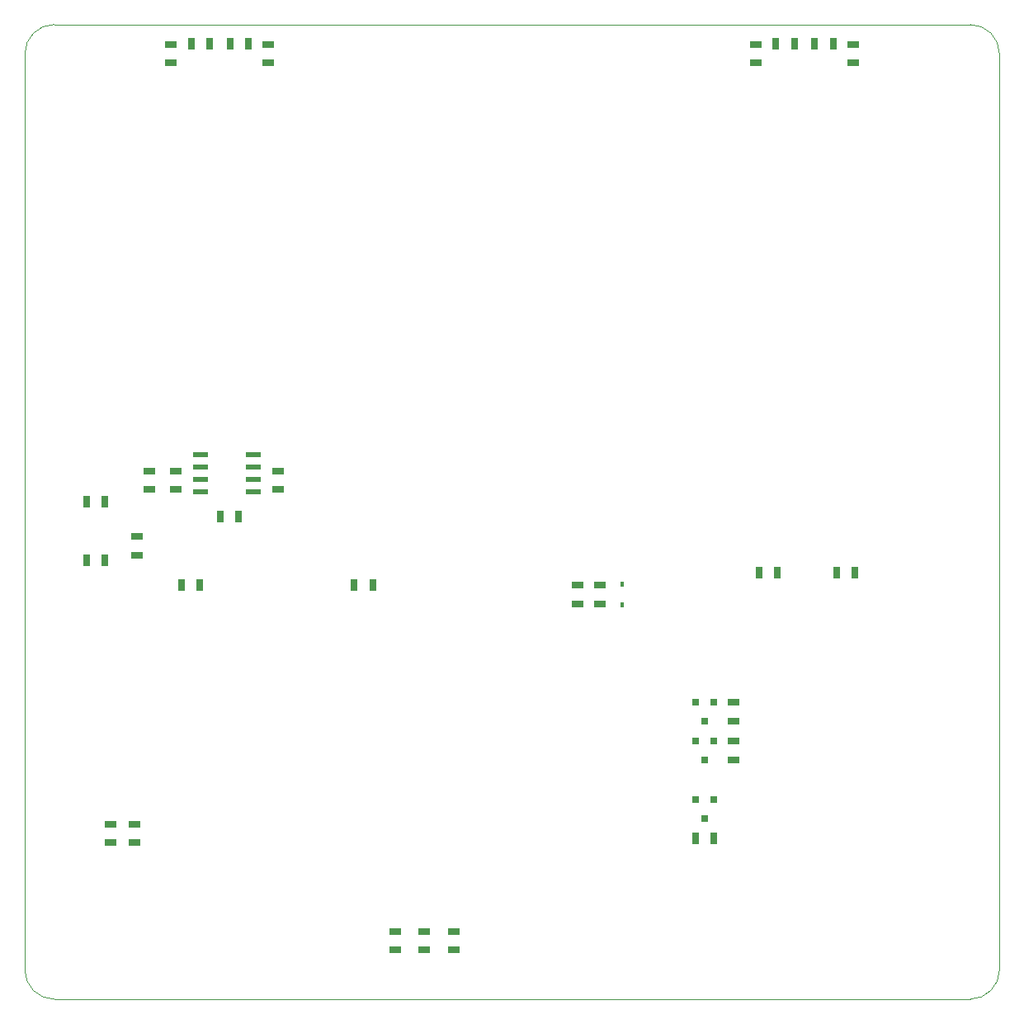
<source format=gbp>
G04 #@! TF.FileFunction,Paste,Bot*
%FSLAX46Y46*%
G04 Gerber Fmt 4.6, Leading zero omitted, Abs format (unit mm)*
G04 Created by KiCad (PCBNEW 0.201506102247+5730~23~ubuntu15.04.1-product) date mar. 23 juin 2015 23:09:00 CEST*
%MOMM*%
G01*
G04 APERTURE LIST*
%ADD10C,0.100000*%
%ADD11R,1.300000X0.700000*%
%ADD12R,0.700000X1.300000*%
%ADD13R,0.450000X0.590000*%
%ADD14R,0.800100X0.800100*%
%ADD15R,1.550000X0.600000*%
G04 APERTURE END LIST*
D10*
X100000000Y-137000000D02*
X100000000Y-43000000D01*
X197000000Y-140000000D02*
X103000000Y-140000000D01*
X200000000Y-43000000D02*
X200000000Y-137000000D01*
X103000000Y-40000000D02*
X197000000Y-40000000D01*
X200000000Y-43000000D02*
G75*
G03X197000000Y-40000000I-3000000J0D01*
G01*
X103000000Y-40000000D02*
G75*
G03X100000000Y-43000000I0J-3000000D01*
G01*
X100000000Y-137000000D02*
G75*
G03X103000000Y-140000000I3000000J0D01*
G01*
X197000000Y-140000000D02*
G75*
G03X200000000Y-137000000I0J3000000D01*
G01*
D11*
X111500000Y-94450000D03*
X111500000Y-92550000D03*
X156750000Y-97550000D03*
X156750000Y-99450000D03*
X126000000Y-85800000D03*
X126000000Y-87700000D03*
X115500000Y-85800000D03*
X115500000Y-87700000D03*
X175000000Y-43950000D03*
X175000000Y-42050000D03*
D12*
X178950000Y-42000000D03*
X177050000Y-42000000D03*
D11*
X185000000Y-43950000D03*
X185000000Y-42050000D03*
X115000000Y-43950000D03*
X115000000Y-42050000D03*
D12*
X118950000Y-42000000D03*
X117050000Y-42000000D03*
D11*
X125000000Y-43950000D03*
X125000000Y-42050000D03*
D12*
X120050000Y-90500000D03*
X121950000Y-90500000D03*
D13*
X161250000Y-99555000D03*
X161250000Y-97445000D03*
D14*
X168800000Y-109499240D03*
X170700000Y-109499240D03*
X169750000Y-111498220D03*
X168800000Y-113499240D03*
X170700000Y-113499240D03*
X169750000Y-115498220D03*
X168800000Y-119499240D03*
X170700000Y-119499240D03*
X169750000Y-121498220D03*
D12*
X135700000Y-97500000D03*
X133800000Y-97500000D03*
X175300000Y-96250000D03*
X177200000Y-96250000D03*
D11*
X172750000Y-111450000D03*
X172750000Y-109550000D03*
X172750000Y-115450000D03*
X172750000Y-113550000D03*
D12*
X168800000Y-123500000D03*
X170700000Y-123500000D03*
X117950000Y-97500000D03*
X116050000Y-97500000D03*
D11*
X144000000Y-133050000D03*
X144000000Y-134950000D03*
X141000000Y-133050000D03*
X141000000Y-134950000D03*
X138000000Y-133050000D03*
X138000000Y-134950000D03*
D12*
X108200000Y-89000000D03*
X106300000Y-89000000D03*
X185200000Y-96250000D03*
X183300000Y-96250000D03*
X108200000Y-95000000D03*
X106300000Y-95000000D03*
D11*
X112750000Y-85800000D03*
X112750000Y-87700000D03*
X111250000Y-123950000D03*
X111250000Y-122050000D03*
X108750000Y-122050000D03*
X108750000Y-123950000D03*
D12*
X181050000Y-42000000D03*
X182950000Y-42000000D03*
X121050000Y-42000000D03*
X122950000Y-42000000D03*
D11*
X159000000Y-99450000D03*
X159000000Y-97550000D03*
D15*
X123450000Y-84095000D03*
X123450000Y-85365000D03*
X123450000Y-86635000D03*
X123450000Y-87905000D03*
X118050000Y-87905000D03*
X118050000Y-86635000D03*
X118050000Y-85365000D03*
X118050000Y-84095000D03*
M02*

</source>
